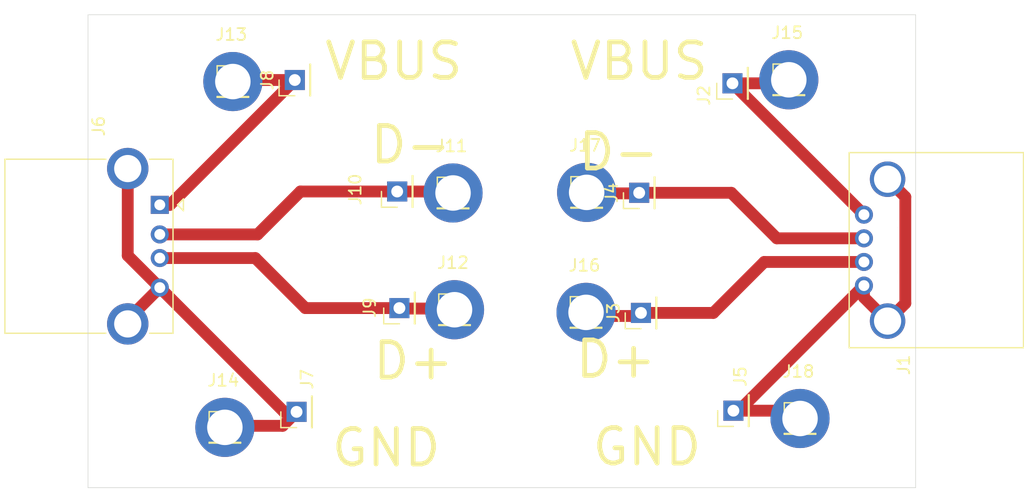
<source format=kicad_pcb>
(kicad_pcb (version 20221018) (generator pcbnew)
  (layers (0 "F.Cu" signal) (31 "B.Cu" signal) (34 "B.Paste" user) (35 "F.Paste" user) (36 "B.SilkS" user "B.Silkscreen") (37 "F.SilkS" user "F.Silkscreen") (38 "B.Mask" user) (39 "F.Mask" user) (44 "Edge.Cuts" user))
  (net 0 "")
  (net 1 "Net-(J1-VBUS)")
  (net 2 "Net-(J1-D-)")
  (net 3 "Net-(J1-D+)")
  (net 4 "Net-(J1-GND)")
  (net 5 "Net-(J13-Pin_1)")
  (net 6 "Net-(J10-Pin_1)")
  (net 7 "Net-(J12-Pin_1)")
  (net 8 "Net-(J14-Pin_1)")
  (footprint "WiRoc:USBA-Male-through-hole-C112454" (layer "F.Cu") (at 177.63 99.91 90)
    (fp_text reference "J1" (at -9.71 1.37 90) (layer "F.SilkS"))
    (fp_text value "USB_A")
    (fp_line (start -8.25 -3.25) (end 8.25 -3.25) (stroke (width 0.12)) (layer "F.SilkS"))
    (fp_line (start -8.25 11.5) (end -8.25 -3.25) (stroke (width 0.12)) (layer "F.SilkS"))
    (fp_line (start 8.25 -3.25) (end 8.25 11.5) (stroke (width 0.12)) (layer "F.SilkS"))
    (fp_line (start 8.25 11.5) (end -8.25 11.5) (stroke (width 0.12)) (layer "F.SilkS"))
    (pad "" np_thru_hole circle (at -2.25 0 90) (size 1.5 1.5) (drill 1.5) (layers "*.Cu" "*.Mask"))
    (pad "" np_thru_hole circle (at 2.25 0 90) (size 1.5 1.5) (drill 1.5) (layers "*.Cu" "*.Mask"))
    (pad "1" thru_hole circle (at 3 -2 90) (size 1.524 1.524) (drill 0.92) (layers "*.Cu" "*.Mask") (net 1 "Net-(J1-VBUS)"))
    (pad "2" thru_hole circle (at 1 -2 90) (size 1.524 1.524) (drill 0.92) (layers "*.Cu" "*.Mask") (net 2 "Net-(J1-D-)"))
    (pad "3" thru_hole circle (at -1 -2 90) (size 1.524 1.524) (drill 0.92) (layers "*.Cu" "*.Mask") (net 3 "Net-(J1-D+)"))
    (pad "4" thru_hole circle (at -3 -2 90) (size 1.524 1.524) (drill 0.92) (layers "*.Cu" "*.Mask") (net 4 "Net-(J1-GND)"))
    (pad "5" thru_hole circle (at -6 0 90) (size 3 3) (drill 2.3) (layers "*.Cu" "*.Mask") (net 4 "Net-(J1-GND)"))
    (pad "5" thru_hole circle (at 6 0 90) (size 3 3) (drill 2.3) (layers "*.Cu" "*.Mask") (net 4 "Net-(J1-GND)"))
  )
  (footprint "Connector_PinHeader_2.54mm:PinHeader_1x01_P2.54mm_Vertical" (layer "F.Cu") (at 164.51 85.8 90)
    (fp_text reference "J2" (at -1.025 -2.41 90) (layer "F.SilkS"))
    (fp_text value "Conn_01x01_Male")
    (fp_line (start -1.33 -1.33) (end 0 -1.33) (stroke (width 0.12)) (layer "F.SilkS"))
    (fp_line (start -1.33 0) (end -1.33 -1.33) (stroke (width 0.12)) (layer "F.SilkS"))
    (fp_line (start -1.33 1.27) (end -1.33 1.33) (stroke (width 0.12)) (layer "F.SilkS"))
    (fp_line (start -1.33 1.27) (end 1.33 1.27) (stroke (width 0.12)) (layer "F.SilkS"))
    (fp_line (start -1.33 1.33) (end 1.33 1.33) (stroke (width 0.12)) (layer "F.SilkS"))
    (fp_line (start 1.33 1.27) (end 1.33 1.33) (stroke (width 0.12)) (layer "F.SilkS"))
    (pad "1" thru_hole rect (at 0 0 90) (size 1.7 1.7) (drill 1) (layers "*.Cu" "*.Mask") (net 1 "Net-(J1-VBUS)"))
  )
  (footprint "Connector_PinHeader_2.54mm:PinHeader_1x01_P2.54mm_Vertical" (layer "F.Cu") (at 156.62 95.06 90)
    (fp_text reference "J4" (at 0 -2.33 90) (layer "F.SilkS"))
    (fp_text value "Conn_01x01_Male")
    (fp_line (start -1.33 -1.33) (end 0 -1.33) (stroke (width 0.12)) (layer "F.SilkS"))
    (fp_line (start -1.33 0) (end -1.33 -1.33) (stroke (width 0.12)) (layer "F.SilkS"))
    (fp_line (start -1.33 1.27) (end -1.33 1.33) (stroke (width 0.12)) (layer "F.SilkS"))
    (fp_line (start -1.33 1.27) (end 1.33 1.27) (stroke (width 0.12)) (layer "F.SilkS"))
    (fp_line (start -1.33 1.33) (end 1.33 1.33) (stroke (width 0.12)) (layer "F.SilkS"))
    (fp_line (start 1.33 1.27) (end 1.33 1.33) (stroke (width 0.12)) (layer "F.SilkS"))
    (pad "1" thru_hole rect (at 0 0 90) (size 1.7 1.7) (drill 1) (layers "*.Cu" "*.Mask") (net 2 "Net-(J1-D-)"))
  )
  (footprint "Connector_PinHeader_2.54mm:PinHeader_1x01_P2.54mm_Vertical" (layer "F.Cu") (at 164.59 113.49 90)
    (fp_text reference "J5" (at 2.89 0.585 90) (layer "F.SilkS"))
    (fp_text value "Conn_01x01_Male")
    (fp_line (start -1.33 -1.33) (end 0 -1.33) (stroke (width 0.12)) (layer "F.SilkS"))
    (fp_line (start -1.33 0) (end -1.33 -1.33) (stroke (width 0.12)) (layer "F.SilkS"))
    (fp_line (start -1.33 1.27) (end -1.33 1.33) (stroke (width 0.12)) (layer "F.SilkS"))
    (fp_line (start -1.33 1.27) (end 1.33 1.27) (stroke (width 0.12)) (layer "F.SilkS"))
    (fp_line (start -1.33 1.33) (end 1.33 1.33) (stroke (width 0.12)) (layer "F.SilkS"))
    (fp_line (start 1.33 1.27) (end 1.33 1.33) (stroke (width 0.12)) (layer "F.SilkS"))
    (pad "1" thru_hole rect (at 0 0 90) (size 1.7 1.7) (drill 1) (layers "*.Cu" "*.Mask") (net 4 "Net-(J1-GND)"))
  )
  (footprint "Connector_USB:USB_A_CONNFLY_DS1095-WNR0" (layer "F.Cu") (at 116.07 96.08 -90)
    (fp_text reference "J6" (at -6.66 5.17 90) (layer "F.SilkS"))
    (fp_text value "USB_A")
    (fp_line (start -3.86 -1.12) (end -3.86 0.86) (stroke (width 0.12)) (layer "F.SilkS"))
    (fp_line (start -3.86 -1.12) (end 10.86 -1.12) (stroke (width 0.12)) (layer "F.SilkS"))
    (fp_line (start -3.86 4.56) (end -3.86 13.1) (stroke (width 0.12)) (layer "F.SilkS"))
    (fp_line (start -3.86 13.1) (end 10.86 13.1) (stroke (width 0.12)) (layer "F.SilkS"))
    (fp_line (start -0.5 -2) (end 0 -1.5) (stroke (width 0.12)) (layer "F.SilkS"))
    (fp_line (start 0 -1.5) (end 0.5 -2) (stroke (width 0.12)) (layer "F.SilkS"))
    (fp_line (start 0.5 -2) (end -0.5 -2) (stroke (width 0.12)) (layer "F.SilkS"))
    (fp_line (start 10.86 0.86) (end 10.86 -1.12) (stroke (width 0.12)) (layer "F.SilkS"))
    (fp_line (start 10.86 4.56) (end 10.86 13.1) (stroke (width 0.12)) (layer "F.SilkS"))
    (pad "1" thru_hole rect (at 0 0 270) (size 1.524 1.524) (drill 0.92) (layers "*.Cu" "*.Mask") (net 5 "Net-(J13-Pin_1)"))
    (pad "2" thru_hole circle (at 2.5 0 270) (size 1.524 1.524) (drill 0.92) (layers "*.Cu" "*.Mask") (net 6 "Net-(J10-Pin_1)"))
    (pad "3" thru_hole circle (at 4.5 0 270) (size 1.524 1.524) (drill 0.92) (layers "*.Cu" "*.Mask") (net 7 "Net-(J12-Pin_1)"))
    (pad "4" thru_hole circle (at 7 0 270) (size 1.524 1.524) (drill 0.92) (layers "*.Cu" "*.Mask") (net 8 "Net-(J14-Pin_1)"))
    (pad "5" thru_hole circle (at -3.07 2.71 270) (size 3.5 3.5) (drill 2.3) (layers "*.Cu" "*.Mask") (net 8 "Net-(J14-Pin_1)"))
    (pad "5" thru_hole circle (at 10.07 2.71 270) (size 3.5 3.5) (drill 2.3) (layers "*.Cu" "*.Mask") (net 8 "Net-(J14-Pin_1)"))
  )
  (footprint "Connector_PinHeader_2.54mm:PinHeader_1x01_P2.54mm_Vertical" (layer "F.Cu") (at 127.64 113.59 90)
    (fp_text reference "J7" (at 2.765 0.885 90) (layer "F.SilkS"))
    (fp_text value "Conn_01x01_Male")
    (fp_line (start -1.33 -1.33) (end 0 -1.33) (stroke (width 0.12)) (layer "F.SilkS"))
    (fp_line (start -1.33 0) (end -1.33 -1.33) (stroke (width 0.12)) (layer "F.SilkS"))
    (fp_line (start -1.33 1.27) (end -1.33 1.33) (stroke (width 0.12)) (layer "F.SilkS"))
    (fp_line (start -1.33 1.27) (end 1.33 1.27) (stroke (width 0.12)) (layer "F.SilkS"))
    (fp_line (start -1.33 1.33) (end 1.33 1.33) (stroke (width 0.12)) (layer "F.SilkS"))
    (fp_line (start 1.33 1.27) (end 1.33 1.33) (stroke (width 0.12)) (layer "F.SilkS"))
    (pad "1" thru_hole rect (at 0 0 90) (size 1.7 1.7) (drill 1) (layers "*.Cu" "*.Mask") (net 8 "Net-(J14-Pin_1)"))
  )
  (footprint "Connector_PinHeader_2.54mm:PinHeader_1x01_P2.54mm_Vertical" (layer "F.Cu") (at 127.49 85.52 90)
    (fp_text reference "J8" (at 0 -2.33 90) (layer "F.SilkS"))
    (fp_text value "Conn_01x01_Male")
    (fp_line (start -1.33 -1.33) (end 0 -1.33) (stroke (width 0.12)) (layer "F.SilkS"))
    (fp_line (start -1.33 0) (end -1.33 -1.33) (stroke (width 0.12)) (layer "F.SilkS"))
    (fp_line (start -1.33 1.27) (end -1.33 1.33) (stroke (width 0.12)) (layer "F.SilkS"))
    (fp_line (start -1.33 1.27) (end 1.33 1.27) (stroke (width 0.12)) (layer "F.SilkS"))
    (fp_line (start -1.33 1.33) (end 1.33 1.33) (stroke (width 0.12)) (layer "F.SilkS"))
    (fp_line (start 1.33 1.27) (end 1.33 1.33) (stroke (width 0.12)) (layer "F.SilkS"))
    (pad "1" thru_hole rect (at 0 0 90) (size 1.7 1.7) (drill 1) (layers "*.Cu" "*.Mask") (net 5 "Net-(J13-Pin_1)"))
  )
  (footprint "Connector_PinHeader_2.54mm:PinHeader_1x01_P2.54mm_Vertical" (layer "F.Cu") (at 136.34 104.81 90)
    (fp_text reference "J9" (at 0.035 -2.515 90) (layer "F.SilkS"))
    (fp_text value "Conn_01x01_Male")
    (fp_line (start -1.33 -1.33) (end 0 -1.33) (stroke (width 0.12)) (layer "F.SilkS"))
    (fp_line (start -1.33 0) (end -1.33 -1.33) (stroke (width 0.12)) (layer "F.SilkS"))
    (fp_line (start -1.33 1.27) (end -1.33 1.33) (stroke (width 0.12)) (layer "F.SilkS"))
    (fp_line (start -1.33 1.27) (end 1.33 1.27) (stroke (width 0.12)) (layer "F.SilkS"))
    (fp_line (start -1.33 1.33) (end 1.33 1.33) (stroke (width 0.12)) (layer "F.SilkS"))
    (fp_line (start 1.33 1.27) (end 1.33 1.33) (stroke (width 0.12)) (layer "F.SilkS"))
    (pad "1" thru_hole rect (at 0 0 90) (size 1.7 1.7) (drill 1) (layers "*.Cu" "*.Mask") (net 7 "Net-(J12-Pin_1)"))
  )
  (footprint "Connector_PinHeader_2.54mm:PinHeader_1x01_P2.54mm_Vertical" (layer "F.Cu") (at 136.15 94.95 90)
    (fp_text reference "J10" (at 0.175 -3.55 90) (layer "F.SilkS"))
    (fp_text value "Conn_01x01_Male")
    (fp_line (start -1.33 -1.33) (end 0 -1.33) (stroke (width 0.12)) (layer "F.SilkS"))
    (fp_line (start -1.33 0) (end -1.33 -1.33) (stroke (width 0.12)) (layer "F.SilkS"))
    (fp_line (start -1.33 1.27) (end -1.33 1.33) (stroke (width 0.12)) (layer "F.SilkS"))
    (fp_line (start -1.33 1.27) (end 1.33 1.27) (stroke (width 0.12)) (layer "F.SilkS"))
    (fp_line (start -1.33 1.33) (end 1.33 1.33) (stroke (width 0.12)) (layer "F.SilkS"))
    (fp_line (start 1.33 1.27) (end 1.33 1.33) (stroke (width 0.12)) (layer "F.SilkS"))
    (pad "1" thru_hole rect (at 0 0 90) (size 1.7 1.7) (drill 1) (layers "*.Cu" "*.Mask") (net 6 "Net-(J10-Pin_1)"))
  )
  (footprint "Connector_PinHeader_2.54mm:PinHeader_1x01_P2.54mm_Vertical" (layer "F.Cu") (at 156.77 105.22 90)
    (fp_text reference "J3" (at 0 -2.33 90) (layer "F.SilkS"))
    (fp_text value "Conn_01x01_Male")
    (fp_line (start -1.33 -1.33) (end 0 -1.33) (stroke (width 0.12)) (layer "F.SilkS"))
    (fp_line (start -1.33 0) (end -1.33 -1.33) (stroke (width 0.12)) (layer "F.SilkS"))
    (fp_line (start -1.33 1.27) (end -1.33 1.33) (stroke (width 0.12)) (layer "F.SilkS"))
    (fp_line (start -1.33 1.27) (end 1.33 1.27) (stroke (width 0.12)) (layer "F.SilkS"))
    (fp_line (start -1.33 1.33) (end 1.33 1.33) (stroke (width 0.12)) (layer "F.SilkS"))
    (fp_line (start 1.33 1.27) (end 1.33 1.33) (stroke (width 0.12)) (layer "F.SilkS"))
    (pad "1" thru_hole rect (at 0 0 90) (size 1.7 1.7) (drill 1) (layers "*.Cu" "*.Mask") (net 3 "Net-(J1-D+)"))
  )
  (footprint "WiRoc:RoundPadThroughHole" (layer "F.Cu") (at 169.275 85.5)
    (fp_text reference "J15" (at -0.13 -3.975) (layer "F.SilkS"))
    (fp_text value "Conn_01x01_Male")
    (fp_line (start -1.33 -1.33) (end 0 -1.33) (stroke (width 0.12)) (layer "F.SilkS"))
    (fp_line (start -1.33 0) (end -1.33 -1.33) (stroke (width 0.12)) (layer "F.SilkS"))
    (fp_line (start -1.33 1.27) (end -1.33 1.33) (stroke (width 0.12)) (layer "F.SilkS"))
    (fp_line (start -1.33 1.27) (end 1.33 1.27) (stroke (width 0.12)) (layer "F.SilkS"))
    (fp_line (start -1.33 1.33) (end 1.33 1.33) (stroke (width 0.12)) (layer "F.SilkS"))
    (fp_line (start 1.33 1.27) (end 1.33 1.33) (stroke (width 0.12)) (layer "F.SilkS"))
    (pad "1" thru_hole circle (at 0 0) (size 5 5) (drill 3) (layers "*.Cu" "*.Mask") (net 1 "Net-(J1-VBUS)"))
  )
  (footprint "WiRoc:RoundPadThroughHole" (layer "F.Cu") (at 170.225 114.15)
    (fp_text reference "J18" (at -0.13 -3.975) (layer "F.SilkS"))
    (fp_text value "Conn_01x01_Male")
    (fp_line (start -1.33 -1.33) (end 0 -1.33) (stroke (width 0.12)) (layer "F.SilkS"))
    (fp_line (start -1.33 0) (end -1.33 -1.33) (stroke (width 0.12)) (layer "F.SilkS"))
    (fp_line (start -1.33 1.27) (end -1.33 1.33) (stroke (width 0.12)) (layer "F.SilkS"))
    (fp_line (start -1.33 1.27) (end 1.33 1.27) (stroke (width 0.12)) (layer "F.SilkS"))
    (fp_line (start -1.33 1.33) (end 1.33 1.33) (stroke (width 0.12)) (layer "F.SilkS"))
    (fp_line (start 1.33 1.27) (end 1.33 1.33) (stroke (width 0.12)) (layer "F.SilkS"))
    (pad "1" thru_hole circle (at 0 0) (size 5 5) (drill 3) (layers "*.Cu" "*.Mask") (net 4 "Net-(J1-GND)"))
  )
  (footprint "WiRoc:RoundPadThroughHole" (layer "F.Cu") (at 141 104.95)
    (fp_text reference "J12" (at -0.13 -3.975) (layer "F.SilkS"))
    (fp_text value "Conn_01x01_Male")
    (fp_line (start -1.33 -1.33) (end 0 -1.33) (stroke (width 0.12)) (layer "F.SilkS"))
    (fp_line (start -1.33 0) (end -1.33 -1.33) (stroke (width 0.12)) (layer "F.SilkS"))
    (fp_line (start -1.33 1.27) (end -1.33 1.33) (stroke (width 0.12)) (layer "F.SilkS"))
    (fp_line (start -1.33 1.27) (end 1.33 1.27) (stroke (width 0.12)) (layer "F.SilkS"))
    (fp_line (start -1.33 1.33) (end 1.33 1.33) (stroke (width 0.12)) (layer "F.SilkS"))
    (fp_line (start 1.33 1.27) (end 1.33 1.33) (stroke (width 0.12)) (layer "F.SilkS"))
    (pad "1" thru_hole circle (at 0 0) (size 5 5) (drill 3) (layers "*.Cu" "*.Mask") (net 7 "Net-(J12-Pin_1)"))
  )
  (footprint "WiRoc:RoundPadThroughHole" (layer "F.Cu") (at 140.875 95.075)
    (fp_text reference "J11" (at -0.13 -3.975) (layer "F.SilkS"))
    (fp_text value "Conn_01x01_Male")
    (fp_line (start -1.33 -1.33) (end 0 -1.33) (stroke (width 0.12)) (layer "F.SilkS"))
    (fp_line (start -1.33 0) (end -1.33 -1.33) (stroke (width 0.12)) (layer "F.SilkS"))
    (fp_line (start -1.33 1.27) (end -1.33 1.33) (stroke (width 0.12)) (layer "F.SilkS"))
    (fp_line (start -1.33 1.27) (end 1.33 1.27) (stroke (width 0.12)) (layer "F.SilkS"))
    (fp_line (start -1.33 1.33) (end 1.33 1.33) (stroke (width 0.12)) (layer "F.SilkS"))
    (fp_line (start 1.33 1.27) (end 1.33 1.33) (stroke (width 0.12)) (layer "F.SilkS"))
    (pad "1" thru_hole circle (at 0 0) (size 5 5) (drill 3) (layers "*.Cu" "*.Mask") (net 6 "Net-(J10-Pin_1)"))
  )
  (footprint "WiRoc:RoundPadThroughHole" (layer "F.Cu") (at 152.125 105.175)
    (fp_text reference "J16" (at -0.13 -3.975) (layer "F.SilkS"))
    (fp_text value "Conn_01x01_Male")
    (fp_line (start -1.33 -1.33) (end 0 -1.33) (stroke (width 0.12)) (layer "F.SilkS"))
    (fp_line (start -1.33 0) (end -1.33 -1.33) (stroke (width 0.12)) (layer "F.SilkS"))
    (fp_line (start -1.33 1.27) (end -1.33 1.33) (stroke (width 0.12)) (layer "F.SilkS"))
    (fp_line (start -1.33 1.27) (end 1.33 1.27) (stroke (width 0.12)) (layer "F.SilkS"))
    (fp_line (start -1.33 1.33) (end 1.33 1.33) (stroke (width 0.12)) (layer "F.SilkS"))
    (fp_line (start 1.33 1.27) (end 1.33 1.33) (stroke (width 0.12)) (layer "F.SilkS"))
    (pad "1" thru_hole circle (at 0 0) (size 5 5) (drill 3) (layers "*.Cu" "*.Mask") (net 3 "Net-(J1-D+)"))
  )
  (footprint "WiRoc:RoundPadThroughHole" (layer "F.Cu") (at 122.25 85.65)
    (fp_text reference "J13" (at -0.13 -3.975) (layer "F.SilkS"))
    (fp_text value "Conn_01x01_Male")
    (fp_line (start -1.33 -1.33) (end 0 -1.33) (stroke (width 0.12)) (layer "F.SilkS"))
    (fp_line (start -1.33 0) (end -1.33 -1.33) (stroke (width 0.12)) (layer "F.SilkS"))
    (fp_line (start -1.33 1.27) (end -1.33 1.33) (stroke (width 0.12)) (layer "F.SilkS"))
    (fp_line (start -1.33 1.27) (end 1.33 1.27) (stroke (width 0.12)) (layer "F.SilkS"))
    (fp_line (start -1.33 1.33) (end 1.33 1.33) (stroke (width 0.12)) (layer "F.SilkS"))
    (fp_line (start 1.33 1.27) (end 1.33 1.33) (stroke (width 0.12)) (layer "F.SilkS"))
    (pad "1" thru_hole circle (at 0 0) (size 5 5) (drill 3) (layers "*.Cu" "*.Mask") (net 5 "Net-(J13-Pin_1)"))
  )
  (footprint "WiRoc:RoundPadThroughHole" (layer "F.Cu") (at 121.575 114.9)
    (fp_text reference "J14" (at -0.13 -3.975) (layer "F.SilkS"))
    (fp_text value "Conn_01x01_Male")
    (fp_line (start -1.33 -1.33) (end 0 -1.33) (stroke (width 0.12)) (layer "F.SilkS"))
    (fp_line (start -1.33 0) (end -1.33 -1.33) (stroke (width 0.12)) (layer "F.SilkS"))
    (fp_line (start -1.33 1.27) (end -1.33 1.33) (stroke (width 0.12)) (layer "F.SilkS"))
    (fp_line (start -1.33 1.27) (end 1.33 1.27) (stroke (width 0.12)) (layer "F.SilkS"))
    (fp_line (start -1.33 1.33) (end 1.33 1.33) (stroke (width 0.12)) (layer "F.SilkS"))
    (fp_line (start 1.33 1.27) (end 1.33 1.33) (stroke (width 0.12)) (layer "F.SilkS"))
    (pad "1" thru_hole circle (at 0 0) (size 5 5) (drill 3) (layers "*.Cu" "*.Mask") (net 8 "Net-(J14-Pin_1)"))
  )
  (footprint "WiRoc:RoundPadThroughHole" (layer "F.Cu") (at 152.175 95.025)
    (fp_text reference "J17" (at -0.13 -3.975) (layer "F.SilkS"))
    (fp_text value "Conn_01x01_Male")
    (fp_line (start -1.33 -1.33) (end 0 -1.33) (stroke (width 0.12)) (layer "F.SilkS"))
    (fp_line (start -1.33 0) (end -1.33 -1.33) (stroke (width 0.12)) (layer "F.SilkS"))
    (fp_line (start -1.33 1.27) (end -1.33 1.33) (stroke (width 0.12)) (layer "F.SilkS"))
    (fp_line (start -1.33 1.27) (end 1.33 1.27) (stroke (width 0.12)) (layer "F.SilkS"))
    (fp_line (start -1.33 1.33) (end 1.33 1.33) (stroke (width 0.12)) (layer "F.SilkS"))
    (fp_line (start 1.33 1.27) (end 1.33 1.33) (stroke (width 0.12)) (layer "F.SilkS"))
    (pad "1" thru_hole circle (at 0 0) (size 5 5) (drill 3) (layers "*.Cu" "*.Mask") (net 2 "Net-(J1-D-)"))
  )
  (gr_line (start 180 80) (end 110 80) (stroke (width 0.05)) (layer "Edge.Cuts"))
  (gr_line (start 180 120) (end 180 80) (stroke (width 0.05)) (layer "Edge.Cuts"))
  (gr_line (start 110 80) (end 110 120) (stroke (width 0.05)) (layer "Edge.Cuts"))
  (gr_line (start 110 120) (end 180 120) (stroke (width 0.05)) (layer "Edge.Cuts"))
  (gr_text "GND" (at 135.22 116.63) (layer "F.SilkS") (effects (font (size 3 3) (thickness 0.4))))
  (gr_text "VBUS\n" (at 135.86 83.93) (layer "F.SilkS") (effects (font (size 3 3) (thickness 0.4))))
  (gr_text "VBUS\n" (at 156.61 83.93) (layer "F.SilkS") (effects (font (size 3 3) (thickness 0.4))))
  (gr_text "D+\n\n" (at 154.65 111.55) (layer "F.SilkS") (effects (font (size 3 3) (thickness 0.4))))
  (gr_text "D-\n" (at 154.88 91.6) (layer "F.SilkS") (effects (font (size 3 3) (thickness 0.4))))
  (gr_text "D-\n" (at 137.29 91) (layer "F.SilkS") (effects (font (size 3 3) (thickness 0.4))))
  (gr_text "D+\n\n" (at 137.52 111.7) (layer "F.SilkS") (effects (font (size 3 3) (thickness 0.4))))
  (gr_text "GND" (at 157.28 116.55) (layer "F.SilkS") (effects (font (size 3 3) (thickness 0.4))))
  (segment (start 175.63 96.91) (end 164.52 85.8) (width 1) (layer "F.Cu") (net 1))
  (segment (start 164.52 85.8) (end 164.51 85.8) (width 1) (layer "F.Cu") (net 1))
  (segment (start 168.975 85.8) (end 169.275 85.5) (width 1) (layer "F.Cu") (net 1))
  (segment (start 164.51 85.8) (end 168.975 85.8) (width 1) (layer "F.Cu") (net 1))
  (segment (start 152.175 95.025) (end 152.26 95.11) (width 1) (layer "F.Cu") (net 2))
  (segment (start 156.57 95.11) (end 156.62 95.06) (width 1) (layer "F.Cu") (net 2))
  (segment (start 152.26 95.11) (end 156.57 95.11) (width 1) (layer "F.Cu") (net 2))
  (segment (start 156.62 95.06) (end 164.41 95.06) (width 1) (layer "F.Cu") (net 2))
  (segment (start 164.41 95.06) (end 168.26 98.91) (width 1) (layer "F.Cu") (net 2))
  (segment (start 168.26 98.91) (end 175.63 98.91) (width 1) (layer "F.Cu") (net 2))
  (segment (start 167.2 100.91) (end 162.89 105.22) (width 1) (layer "F.Cu") (net 3))
  (segment (start 152.43 105.48) (end 156.51 105.48) (width 1) (layer "F.Cu") (net 3))
  (segment (start 152.125 105.175) (end 152.43 105.48) (width 1) (layer "F.Cu") (net 3))
  (segment (start 162.89 105.22) (end 156.77 105.22) (width 1) (layer "F.Cu") (net 3))
  (segment (start 156.51 105.48) (end 156.77 105.22) (width 1) (layer "F.Cu") (net 3))
  (segment (start 175.63 100.91) (end 167.2 100.91) (width 1) (layer "F.Cu") (net 3))
  (segment (start 179.129999 104.410001) (end 177.63 105.91) (width 1) (layer "F.Cu") (net 4))
  (segment (start 169.565 113.49) (end 170.225 114.15) (width 1) (layer "F.Cu") (net 4))
  (segment (start 177.63 93.91) (end 179.129999 95.409999) (width 1) (layer "F.Cu") (net 4))
  (segment (start 175.63 103.91) (end 177.63 105.91) (width 1) (layer "F.Cu") (net 4))
  (segment (start 179.129999 95.409999) (end 179.129999 104.410001) (width 1) (layer "F.Cu") (net 4))
  (segment (start 164.59 113.49) (end 169.565 113.49) (width 1) (layer "F.Cu") (net 4))
  (segment (start 175.63 102.91) (end 165.05 113.49) (width 1) (layer "F.Cu") (net 4))
  (segment (start 175.63 102.91) (end 175.63 103.91) (width 1) (layer "F.Cu") (net 4))
  (segment (start 165.05 113.49) (end 164.59 113.49) (width 1) (layer "F.Cu") (net 4))
  (segment (start 116.93 96.08) (end 127.49 85.52) (width 1) (layer "F.Cu") (net 5))
  (segment (start 127.49 85.52) (end 122.27 85.52) (width 1) (layer "F.Cu") (net 5))
  (segment (start 116.07 96.08) (end 116.93 96.08) (width 1) (layer "F.Cu") (net 5))
  (segment (start 122.27 85.52) (end 122.22 85.57) (width 1) (layer "F.Cu") (net 5))
  (segment (start 116.07 98.58) (end 124.34 98.58) (width 1) (layer "F.Cu") (net 6))
  (segment (start 140.75 94.95) (end 140.875 95.075) (width 1) (layer "F.Cu") (net 6))
  (segment (start 136.15 94.95) (end 140.75 94.95) (width 1) (layer "F.Cu") (net 6))
  (segment (start 127.97 94.95) (end 136.15 94.95) (width 1) (layer "F.Cu") (net 6))
  (segment (start 124.34 98.58) (end 127.97 94.95) (width 1) (layer "F.Cu") (net 6))
  (segment (start 136.38 104.85) (end 136.34 104.81) (width 1) (layer "F.Cu") (net 7))
  (segment (start 136.34 104.81) (end 128.38 104.81) (width 1) (layer "F.Cu") (net 7))
  (segment (start 128.38 104.81) (end 124.15 100.58) (width 1) (layer "F.Cu") (net 7))
  (segment (start 140.9 104.85) (end 136.38 104.85) (width 1) (layer "F.Cu") (net 7))
  (segment (start 124.15 100.58) (end 116.07 100.58) (width 1) (layer "F.Cu") (net 7))
  (segment (start 141 104.95) (end 140.9 104.85) (width 1) (layer "F.Cu") (net 7))
  (segment (start 116.07 103.08) (end 126.58 113.59) (width 1) (layer "F.Cu") (net 8))
  (segment (start 121.575 114.9) (end 121.705 114.77) (width 1) (layer "F.Cu") (net 8))
  (segment (start 113.36 100.37) (end 116.07 103.08) (width 1) (layer "F.Cu") (net 8))
  (segment (start 113.36 93.01) (end 113.36 100.37) (width 1) (layer "F.Cu") (net 8))
  (segment (start 113.36 106.15) (end 113.36 105.79) (width 1) (layer "F.Cu") (net 8))
  (segment (start 121.705 114.77) (end 126.46 114.77) (width 1) (layer "F.Cu") (net 8))
  (segment (start 126.46 114.77) (end 127.64 113.59) (width 1) (layer "F.Cu") (net 8))
  (segment (start 126.58 113.59) (end 127.64 113.59) (width 1) (layer "F.Cu") (net 8))
  (segment (start 113.36 105.79) (end 116.07 103.08) (width 1) (layer "F.Cu") (net 8))
)
</source>
